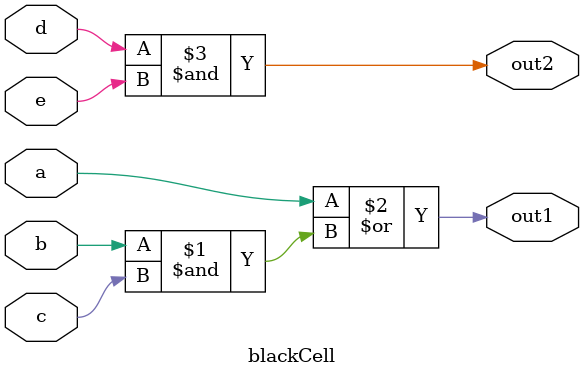
<source format=v>
`timescale 1ns / 1ps

module blackCell(output out1,
                 output out2,
                 input a,
                 input b,
                 input c,
                 input d,
                 input e);
                 
assign out1 = a | b & c;
assign out2 = d & e;
endmodule

</source>
